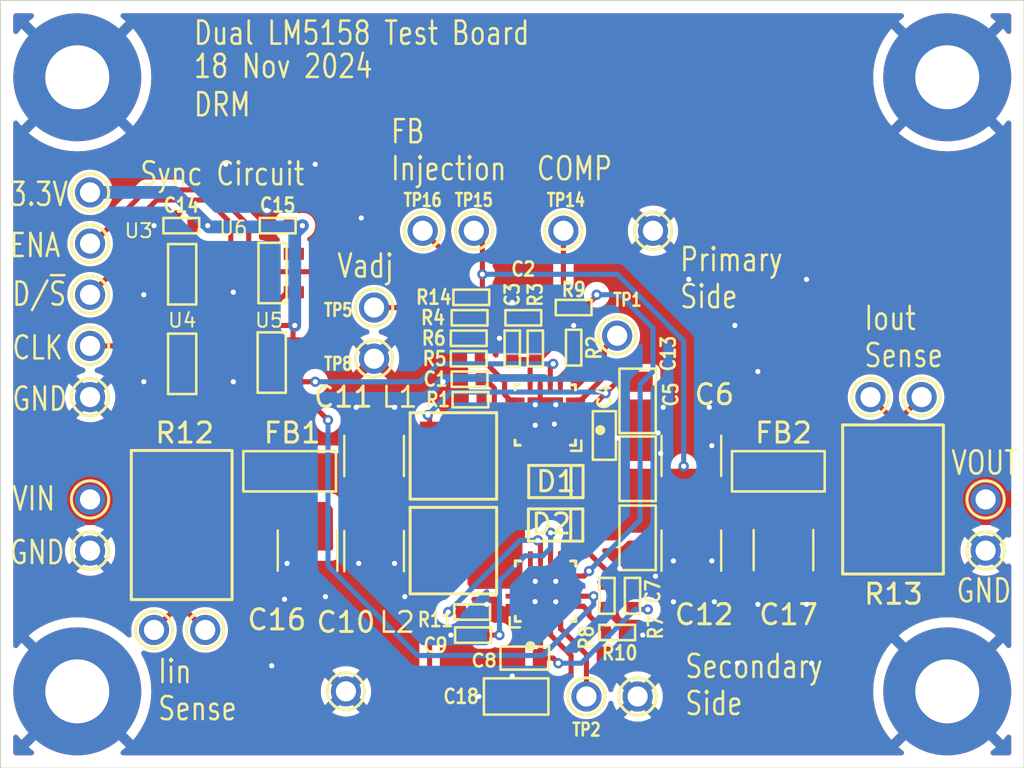
<source format=kicad_pcb>
(kicad_pcb
	(version 20240108)
	(generator "pcbnew")
	(generator_version "8.0")
	(general
		(thickness 1.6)
		(legacy_teardrops no)
	)
	(paper "A4")
	(layers
		(0 "F.Cu" signal)
		(1 "In1.Cu" signal)
		(2 "In2.Cu" signal)
		(31 "B.Cu" signal)
		(32 "B.Adhes" user "B.Adhesive")
		(33 "F.Adhes" user "F.Adhesive")
		(34 "B.Paste" user)
		(35 "F.Paste" user)
		(36 "B.SilkS" user "B.Silkscreen")
		(37 "F.SilkS" user "F.Silkscreen")
		(38 "B.Mask" user)
		(39 "F.Mask" user)
		(40 "Dwgs.User" user "User.Drawings")
		(41 "Cmts.User" user "User.Comments")
		(42 "Eco1.User" user "User.Eco1")
		(43 "Eco2.User" user "User.Eco2")
		(44 "Edge.Cuts" user)
		(45 "Margin" user)
		(46 "B.CrtYd" user "B.Courtyard")
		(47 "F.CrtYd" user "F.Courtyard")
		(48 "B.Fab" user)
		(49 "F.Fab" user)
		(50 "User.1" user)
		(51 "User.2" user)
		(52 "User.3" user)
		(53 "User.4" user)
		(54 "User.5" user)
		(55 "User.6" user)
		(56 "User.7" user)
		(57 "User.8" user)
		(58 "User.9" user)
	)
	(setup
		(stackup
			(layer "F.SilkS"
				(type "Top Silk Screen")
			)
			(layer "F.Paste"
				(type "Top Solder Paste")
			)
			(layer "F.Mask"
				(type "Top Solder Mask")
				(thickness 0.01)
			)
			(layer "F.Cu"
				(type "copper")
				(thickness 0.035)
			)
			(layer "dielectric 1"
				(type "prepreg")
				(thickness 0.1)
				(material "FR4")
				(epsilon_r 4.5)
				(loss_tangent 0.02)
			)
			(layer "In1.Cu"
				(type "copper")
				(thickness 0.035)
			)
			(layer "dielectric 2"
				(type "core")
				(thickness 1.24)
				(material "FR4")
				(epsilon_r 4.5)
				(loss_tangent 0.02)
			)
			(layer "In2.Cu"
				(type "copper")
				(thickness 0.035)
			)
			(layer "dielectric 3"
				(type "prepreg")
				(thickness 0.1)
				(material "FR4")
				(epsilon_r 4.5)
				(loss_tangent 0.02)
			)
			(layer "B.Cu"
				(type "copper")
				(thickness 0.035)
			)
			(layer "B.Mask"
				(type "Bottom Solder Mask")
				(thickness 0.01)
			)
			(layer "B.Paste"
				(type "Bottom Solder Paste")
			)
			(layer "B.SilkS"
				(type "Bottom Silk Screen")
			)
			(copper_finish "None")
			(dielectric_constraints no)
		)
		(pad_to_mask_clearance 0)
		(allow_soldermask_bridges_in_footprints no)
		(pcbplotparams
			(layerselection 0x00010fc_ffffffff)
			(plot_on_all_layers_selection 0x0000000_00000000)
			(disableapertmacros no)
			(usegerberextensions no)
			(usegerberattributes yes)
			(usegerberadvancedattributes yes)
			(creategerberjobfile yes)
			(dashed_line_dash_ratio 12.000000)
			(dashed_line_gap_ratio 3.000000)
			(svgprecision 4)
			(plotframeref no)
			(viasonmask no)
			(mode 1)
			(useauxorigin no)
			(hpglpennumber 1)
			(hpglpenspeed 20)
			(hpglpendiameter 15.000000)
			(pdf_front_fp_property_popups yes)
			(pdf_back_fp_property_popups yes)
			(dxfpolygonmode yes)
			(dxfimperialunits yes)
			(dxfusepcbnewfont yes)
			(psnegative no)
			(psa4output no)
			(plotreference yes)
			(plotvalue yes)
			(plotfptext yes)
			(plotinvisibletext no)
			(sketchpadsonfab no)
			(subtractmaskfromsilk no)
			(outputformat 1)
			(mirror no)
			(drillshape 1)
			(scaleselection 1)
			(outputdirectory "")
		)
	)
	(net 0 "")
	(net 1 "Net-(U1-VCC)")
	(net 2 "GND")
	(net 3 "Net-(D1-K)")
	(net 4 "Net-(U2-VCC)")
	(net 5 "Net-(U1-BIAS)")
	(net 6 "Net-(D1-A)")
	(net 7 "Net-(D2-A)")
	(net 8 "Net-(U1-MODE)")
	(net 9 "Net-(U1-RT)")
	(net 10 "Net-(U1-COMP)")
	(net 11 "Net-(C2-Pad1)")
	(net 12 "Net-(U1-FB)")
	(net 13 "Net-(R6-Pad2)")
	(net 14 "Net-(U2-FB)")
	(net 15 "Net-(U2-COMP)")
	(net 16 "Net-(U2-RT)")
	(net 17 "Net-(U2-MODE)")
	(net 18 "+3.3V")
	(net 19 "unconnected-(U1-NC-Pad12)")
	(net 20 "unconnected-(U1-NC-Pad15)")
	(net 21 "Net-(U1-PGOOD)")
	(net 22 "Net-(U1-SS)")
	(net 23 "Net-(U2-SS)")
	(net 24 "unconnected-(U2-NC-Pad12)")
	(net 25 "Net-(C16-Pad1)")
	(net 26 "Net-(U2-PGOOD)")
	(net 27 "unconnected-(U2-NC-Pad15)")
	(net 28 "Net-(C17-Pad1)")
	(net 29 "Net-(R14-Pad2)")
	(net 30 "Net-(R12-Pad1)")
	(net 31 "Net-(R13-Pad2)")
	(net 32 "Net-(U1-EN_UVLO_SYNC)")
	(net 33 "Net-(U2-EN_UVLO_SYNC)")
	(net 34 "Net-(U3-Y)")
	(net 35 "Net-(U6-Y)")
	(net 36 "/Enable")
	(net 37 "/Sync_Clk")
	(net 38 "/Dual{slash}Single")
	(footprint "t_sot:sot-23-5" (layer "F.Cu") (at 106.21264 83.3755 -90))
	(footprint "t_passive_smd:cap_0805" (layer "F.Cu") (at 124.333 96.52 90))
	(footprint "t_passive_smd:cap_1210" (layer "F.Cu") (at 131.572 97.131 -90))
	(footprint "t_passive_smd:res_0402" (layer "F.Cu") (at 116.078 84.582))
	(footprint "t_passive_smd:res_0402" (layer "F.Cu") (at 121.158 87.08 -90))
	(footprint "t_passive_smd:fb_1206" (layer "F.Cu") (at 131.318 93.218))
	(footprint "t_misc:TP60" (layer "F.Cu") (at 135.89 89.535))
	(footprint "t_MtgHoles:MTG_250_D125" (layer "F.Cu") (at 96.52 104.14))
	(footprint "t_passive_smd:cap_0805" (layer "F.Cu") (at 124.333 89.723 90))
	(footprint "t_MtgHoles:MTG_250_D125" (layer "F.Cu") (at 96.52 73.66))
	(footprint "t_misc:TP60" (layer "F.Cu") (at 97.155 97.155))
	(footprint "t_passive_smd:cap_0603" (layer "F.Cu") (at 122.682 91.44 90))
	(footprint "t_passive_smd:res2512W" (layer "F.Cu") (at 137.009 94.615 -90))
	(footprint "t_sot:sot-23-5" (layer "F.Cu") (at 101.727 87.884 -90))
	(footprint "t_passive_smd:res_0402" (layer "F.Cu") (at 116.12 100.203 180))
	(footprint "t_misc:TP60" (layer "F.Cu") (at 97.155 89.535))
	(footprint "t_passive_smd:res_0402" (layer "F.Cu") (at 115.993 85.598 180))
	(footprint "t_misc:TP60" (layer "F.Cu") (at 97.155 79.375))
	(footprint "t_passive_smd:fb_1206" (layer "F.Cu") (at 107.061 93.218))
	(footprint "t_passive_smd:res_0402" (layer "F.Cu") (at 115.951 87.63))
	(footprint "t_misc:TP60" (layer "F.Cu") (at 97.155 94.615))
	(footprint "t_passive_smd:cap_0402" (layer "F.Cu") (at 106.468 81.026))
	(footprint "t_misc:TP60" (layer "F.Cu") (at 113.665 81.28))
	(footprint "t_passive_smd:cap_0402" (layer "F.Cu") (at 118.11 87.122 -90))
	(footprint "t_misc:TP60" (layer "F.Cu") (at 141.605 94.615))
	(footprint "t_passive_smd:res_0402" (layer "F.Cu") (at 122.809 99.399 90))
	(footprint "t_passive_smd:cap_0805" (layer "F.Cu") (at 124.333 93.091 -90))
	(footprint "t_misc:TP60" (layer "F.Cu") (at 120.65 81.28))
	(footprint "t_MtgHoles:MTG_250_D125" (layer "F.Cu") (at 139.7 73.66))
	(footprint "t_passive_smd:cap_0402" (layer "F.Cu") (at 118.66 85.598))
	(footprint "t_passive_smd:res_0402" (layer "F.Cu") (at 121.158 85.09))
	(footprint "t_misc:TP60" (layer "F.Cu") (at 121.793 104.394))
	(footprint "t_qfn:RTE0016K-IPC_A" (layer "F.Cu") (at 119.749001 90.424 180))
	(footprint "t_passive_smd:cap_0402" (layer "F.Cu") (at 115.993 88.646))
	(footprint "t_misc:TP60" (layer "F.Cu") (at 109.855 104.14))
	(footprint "t_misc:TP60" (layer "F.Cu") (at 97.155 86.995))
	(footprint "t_passive_smd:cap_1210" (layer "F.Cu") (at 107.95 97.155 -90))
	(footprint "t_misc:TP60" (layer "F.Cu") (at 111.252 85.09))
	(footprint "t_passive_smd:res2512W" (layer "F.Cu") (at 101.703 95.885 -90))
	(footprint "t_misc:TP60" (layer "F.Cu") (at 123.317 86.487))
	(footprint "t_misc:TP60" (layer "F.Cu") (at 100.33 101.092))
	(footprint "t_misc:TP60" (layer "F.Cu") (at 116.205 81.28))
	(footprint "t_passive_smd:cap_0402" (layer "F.Cu") (at 101.685 81.026))
	(footprint "t_MtgHoles:MTG_250_D125" (layer "F.Cu") (at 139.7 104.14))
	(footprint "t_passive_smd:cap_0805" (layer "F.Cu") (at 118.303 104.394))
	(footprint "t_so:SOD-123" (layer "F.Cu") (at 120.262 95.885 180))
	(footprint "t_misc:TP60" (layer "F.Cu") (at 111.252 87.63))
	(footprint "t_passive_smd:res_0402" (layer "F.Cu") (at 115.951 86.614))
	(footprint "t_passive_smd:cap_1210" (layer "F.Cu") (at 127 92.456 90))
	(footprint "t_coilcraft:Coilcraft_XAL4020" (layer "F.Cu") (at 115.189 92.456))
	(footprint "t_misc:TP60" (layer "F.Cu") (at 141.605 97.155))
	(footprint "t_sot:sot-23-5" (layer "F.Cu") (at 106.172 87.8205 -90))
	(footprint "t_misc:TP60" (layer "F.Cu") (at 97.155 84.455))
	(footprint "t_passive_smd:cap_0402" (layer "F.Cu") (at 116.163 101.346))
	(footprint "t_passive_smd:cap_1210" (layer "F.Cu") (at 127 97.155 -90))
	(footprint "t_passive_smd:cap_1210" (layer "F.Cu") (at 111.252 97.179 -90))
	(footprint "t_misc:TP60"
		(layer "F.Cu")
		(uuid "cb0bbc9b-8ca1-4241-85f0-c8c26adecad2")
		(at 124.333 104.394)
		(property "Reference" "TP19"
			(at -2.032 0.127 0)
			(layer "F.SilkS")
			(hide yes)
			(uuid "2d6d4c49-d6a0-47b0-9f94-3de94a455276")
			(effects
				(font
					(size 0.635 0.508)
					(thickness 0.127)
				)
			)
		)
		(property "Value" "GND"
			(at 0.05 -1.375 0)
			(layer "F.SilkS")
			(hide yes)
			(uuid "be1dce2b-700d-40ec-aa5b-296f5e87a055")
			(effects
				(font
					(size 1 1)
					(thickness 0.15)
				)
			)
		)
		(property "Footprint" "t_misc:TP60"
			(at 0 0 0)
			(layer "F.Fab")
			(hide yes)
			(uuid "8e490be0-1653-4a89-a069-283492cf6230")
			(effects
				(font
					(size 1.27 1.27)
					(thickness 0.15)
				)
			)
		)
		(property "Datasheet" ""
			(at 0 0 0)
			(layer "F.Fab")
			(hide yes)
			(uuid "afcded91-d640-4e4e-880a-239f0520ddfe")
			(effects
				(font
					(size 1.27 1.27)
					(thickness 0.15)
				)
			)
		)
		(property "Description" ""
			(at 0 0 0)
			(layer "F.Fab")
			(hide yes)
			(uuid "87a221ec-e56f-4926-9f92-4f1ab58805c6")
			(effects
				(font
					(size 1.27 1.27)
					(thickness 0.15)
				)
			)
		)
		(path "/66b27fc6-f57a-44d6-89df-5461ad67ed57")
		(sheetname "Root")
		(sheetfile "PSBoostTest1.kicad_sch")
		(attr through_hole)
		(fp_circle
			(center 0 0)
			(end -0.025 -0.925)
			(stroke
				(width 0.15)
				(type solid)
			)
			(fill none)
			(layer "F.SilkS")
			(uuid "249f11d7-8b18-46b6-a958-604848abf7c6")
		)
		(pad "1" thru_hole circle
			(at 0 0)
			(size 1.5 1.5)
			(drill 1)
			(layers "*.Cu" "*.Mask")
			(remove_unused_laye
... [443078 chars truncated]
</source>
